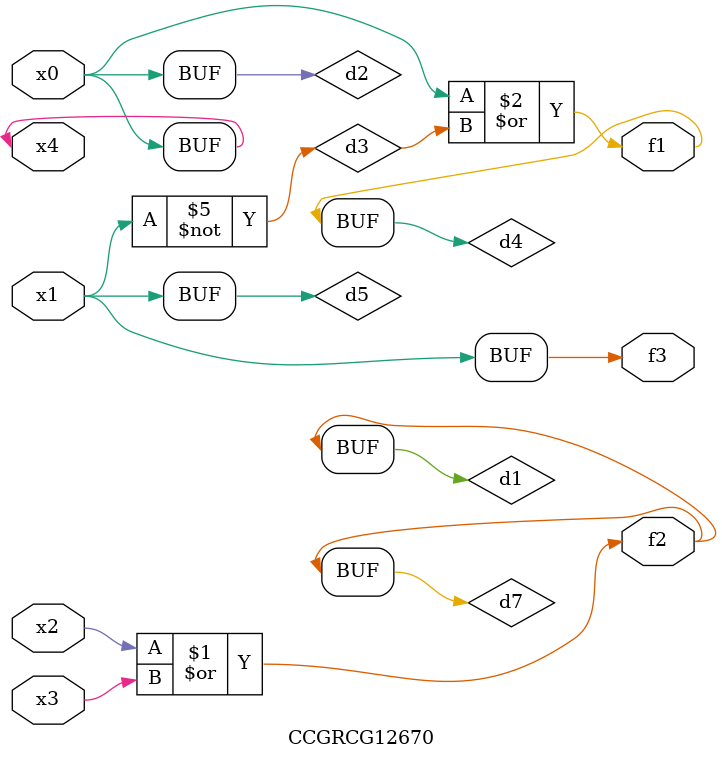
<source format=v>
module CCGRCG12670(
	input x0, x1, x2, x3, x4,
	output f1, f2, f3
);

	wire d1, d2, d3, d4, d5, d6, d7;

	or (d1, x2, x3);
	buf (d2, x0, x4);
	not (d3, x1);
	or (d4, d2, d3);
	not (d5, d3);
	nand (d6, d1, d3);
	or (d7, d1);
	assign f1 = d4;
	assign f2 = d7;
	assign f3 = d5;
endmodule

</source>
